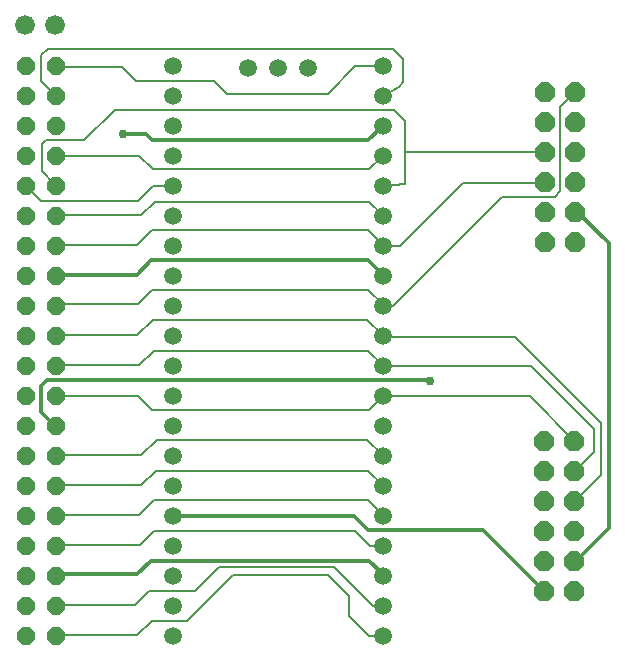
<source format=gbr>
G04 EAGLE Gerber RS-274X export*
G75*
%MOMM*%
%FSLAX34Y34*%
%LPD*%
%INBottom Copper*%
%IPPOS*%
%AMOC8*
5,1,8,0,0,1.08239X$1,22.5*%
G01*
%ADD10C,1.508000*%
%ADD11P,1.649562X8X112.500000*%
%ADD12C,1.676400*%
%ADD13P,1.814519X8X292.500000*%
%ADD14C,0.203200*%
%ADD15C,0.304800*%
%ADD16C,0.756400*%


D10*
X370681Y26988D03*
X370681Y52388D03*
X370681Y179388D03*
X370681Y204788D03*
X370681Y77788D03*
X370681Y103188D03*
X370681Y153988D03*
X370681Y128588D03*
X370681Y230188D03*
X370681Y255588D03*
X370681Y280988D03*
X370681Y306388D03*
X370681Y331788D03*
X370681Y357188D03*
X370681Y382588D03*
X370681Y407988D03*
X370681Y433388D03*
X370681Y458788D03*
X370681Y484188D03*
X370681Y509588D03*
X192881Y509588D03*
X192881Y484188D03*
X192881Y458788D03*
X192881Y433388D03*
X192881Y407988D03*
X192881Y382588D03*
X192881Y357188D03*
X192881Y331788D03*
X192881Y306388D03*
X192881Y280988D03*
X192881Y255588D03*
X192881Y230188D03*
X192881Y204788D03*
X192881Y179388D03*
X192881Y153988D03*
X192881Y128588D03*
X192881Y103188D03*
X192881Y77788D03*
X192881Y52388D03*
X192881Y26988D03*
X307181Y507288D03*
X281781Y507288D03*
X256381Y507288D03*
D11*
X93663Y26988D03*
X68263Y26988D03*
X93663Y52388D03*
X68263Y52388D03*
X93663Y77788D03*
X68263Y77788D03*
X93663Y103188D03*
X68263Y103188D03*
X93663Y128588D03*
X68263Y128588D03*
X93663Y153988D03*
X68263Y153988D03*
X93663Y179388D03*
X68263Y179388D03*
X93663Y204788D03*
X68263Y204788D03*
X93663Y230188D03*
X68263Y230188D03*
X93663Y255588D03*
X68263Y255588D03*
X93663Y280988D03*
X68263Y280988D03*
X93663Y306388D03*
X68263Y306388D03*
X93663Y331788D03*
X68263Y331788D03*
X93663Y357188D03*
X68263Y357188D03*
X93663Y382588D03*
X68263Y382588D03*
X93663Y407988D03*
X68263Y407988D03*
X93663Y433388D03*
X68263Y433388D03*
X93663Y458788D03*
X68263Y458788D03*
X93663Y484188D03*
X68263Y484188D03*
X93663Y509588D03*
X68263Y509588D03*
D12*
X67469Y543719D03*
X92869Y543719D03*
D13*
X507206Y192088D03*
X532606Y192088D03*
X507206Y166688D03*
X532606Y166688D03*
X507206Y141288D03*
X532606Y141288D03*
X507206Y115888D03*
X532606Y115888D03*
X507206Y90488D03*
X532606Y90488D03*
X507206Y65088D03*
X532606Y65088D03*
X508000Y487363D03*
X533400Y487363D03*
X508000Y461963D03*
X533400Y461963D03*
X508000Y436563D03*
X533400Y436563D03*
X508000Y411163D03*
X533400Y411163D03*
X508000Y385763D03*
X533400Y385763D03*
X508000Y360363D03*
X533400Y360363D03*
D14*
X162878Y27432D02*
X93726Y27432D01*
X162878Y27432D02*
X175006Y39561D01*
X204661Y39561D01*
X243618Y78518D01*
X324009Y78518D01*
X93726Y27432D02*
X93663Y26988D01*
X342106Y43656D02*
X342106Y60420D01*
X358775Y26988D02*
X370681Y26988D01*
X358775Y26988D02*
X342106Y43656D01*
X342106Y60420D02*
X324009Y78518D01*
X160496Y52578D02*
X93726Y52578D01*
X160496Y52578D02*
X172625Y64707D01*
X211836Y64707D01*
X231807Y84677D01*
X329502Y84677D01*
X362395Y51784D01*
X93726Y52578D02*
X93663Y52388D01*
X362724Y52388D02*
X370681Y52388D01*
X362724Y52388D02*
X362395Y51784D01*
X165259Y104013D02*
X93726Y104013D01*
X165259Y104013D02*
X177133Y115888D01*
X347345Y115888D01*
X360045Y103188D02*
X370681Y103188D01*
X360045Y103188D02*
X347345Y115888D01*
X93726Y104013D02*
X93663Y103188D01*
X93726Y129159D02*
X164465Y129159D01*
X176689Y141383D01*
X358108Y141383D01*
X370332Y129159D01*
X93726Y129159D02*
X93663Y128588D01*
X370332Y129159D02*
X370681Y128588D01*
X166053Y179451D02*
X93726Y179451D01*
X166053Y179451D02*
X179070Y192469D01*
X357315Y192469D01*
X370332Y179451D01*
X93726Y179451D02*
X93663Y179388D01*
X370332Y179451D02*
X370681Y179388D01*
X163671Y229743D02*
X93726Y229743D01*
X163671Y229743D02*
X175101Y218313D01*
X358902Y218313D01*
X370332Y229743D01*
X93726Y229743D02*
X93663Y230188D01*
X370332Y229743D02*
X370681Y230188D01*
X494919Y229743D02*
X532606Y192088D01*
X494919Y229743D02*
X371475Y229743D01*
X370681Y230188D01*
X164465Y256032D02*
X93726Y256032D01*
X164465Y256032D02*
X176689Y268256D01*
X358108Y268256D01*
X370332Y256032D01*
X93726Y256032D02*
X93663Y255588D01*
X370332Y256032D02*
X370681Y255588D01*
X533178Y166688D02*
X549180Y182690D01*
X533178Y166688D02*
X532606Y166688D01*
X549180Y182690D02*
X549180Y202152D01*
X496443Y254889D01*
X371475Y254889D01*
X370681Y255588D01*
X162878Y281178D02*
X93726Y281178D01*
X162878Y281178D02*
X175895Y294196D01*
X357315Y294196D01*
X370332Y281178D01*
X93726Y281178D02*
X93663Y280988D01*
X370332Y281178D02*
X370681Y280988D01*
X532606Y141288D02*
X533718Y141288D01*
X555339Y162909D01*
X555339Y206820D01*
X482124Y280035D01*
X371475Y280035D01*
X370681Y280988D01*
X163671Y307467D02*
X93726Y307467D01*
X163671Y307467D02*
X175546Y319342D01*
X358458Y319342D01*
X370332Y307467D01*
X93726Y307467D02*
X93663Y306388D01*
X370332Y307467D02*
X370681Y306388D01*
X532638Y486061D02*
X532638Y486918D01*
X532638Y486061D02*
X520859Y474282D01*
X520859Y403384D01*
X516033Y398558D01*
X471297Y398558D01*
X532638Y486918D02*
X533400Y487363D01*
X471297Y398558D02*
X379127Y306388D01*
X370681Y306388D01*
X162878Y357759D02*
X93726Y357759D01*
X162878Y357759D02*
X175101Y369983D01*
X358108Y369983D01*
X370332Y357759D01*
X93726Y357759D02*
X93663Y357188D01*
X370332Y357759D02*
X370681Y357188D01*
X438341Y410337D02*
X507492Y410337D01*
X438341Y410337D02*
X384969Y356965D01*
X507492Y410337D02*
X508000Y411163D01*
X384969Y356965D02*
X384809Y357188D01*
X370681Y357188D01*
X166053Y382905D02*
X93726Y382905D01*
X166053Y382905D02*
X177483Y394335D01*
X358902Y394335D01*
X370332Y382905D01*
X93726Y382905D02*
X93663Y382588D01*
X370332Y382905D02*
X370681Y382588D01*
X92583Y408051D02*
X92583Y409607D01*
X82296Y419894D01*
X82296Y442881D01*
X85535Y446119D01*
X117920Y446119D01*
X143510Y471710D01*
X380460Y471710D01*
X389255Y462915D01*
X389255Y436626D02*
X389255Y409473D01*
X389255Y436626D02*
X389255Y462915D01*
X93663Y407988D02*
X92583Y408051D01*
X370681Y407988D02*
X389255Y409473D01*
X389255Y436626D02*
X507492Y436626D01*
X508000Y436563D01*
X92583Y484632D02*
X92583Y485045D01*
X81502Y496126D01*
X81502Y518319D01*
X86773Y523589D01*
X378873Y523589D01*
X387668Y514795D01*
X387668Y495268D01*
X384103Y491704D01*
X93663Y484188D02*
X92583Y484632D01*
X370681Y484188D02*
X384103Y491704D01*
X161925Y496888D02*
X150178Y508635D01*
X370493Y509074D02*
X370681Y509588D01*
X227806Y496888D02*
X161925Y496888D01*
X227806Y496888D02*
X238919Y485775D01*
X323850Y485775D01*
X347149Y509074D02*
X370493Y509074D01*
X347149Y509074D02*
X323850Y485775D01*
X150178Y508635D02*
X93726Y508635D01*
X93663Y509588D01*
X69342Y406908D02*
X68580Y406908D01*
X69342Y406908D02*
X81217Y395034D01*
X163481Y395034D01*
X176435Y407988D02*
X192881Y407988D01*
X176435Y407988D02*
X163481Y395034D01*
X68580Y406908D02*
X68263Y407988D01*
D15*
X193167Y128016D02*
X346393Y128016D01*
X358172Y116237D01*
X455263Y116237D01*
X506349Y65151D01*
X193167Y128016D02*
X192881Y128588D01*
X506349Y65151D02*
X507206Y65088D01*
D14*
X164465Y433197D02*
X93726Y433197D01*
X164465Y433197D02*
X175895Y421767D01*
X358902Y421767D01*
X370332Y433197D01*
X93726Y433197D02*
X93663Y433388D01*
X370332Y433197D02*
X370681Y433388D01*
X166053Y154305D02*
X93726Y154305D01*
X166053Y154305D02*
X178276Y166529D01*
X358108Y166529D01*
X370332Y154305D01*
X93726Y154305D02*
X93663Y153988D01*
X370332Y154305D02*
X370681Y153988D01*
D15*
X162878Y78867D02*
X93726Y78867D01*
X162878Y78867D02*
X174308Y90297D01*
X358902Y90297D01*
X370332Y78867D01*
X93726Y78867D02*
X93663Y77788D01*
X370332Y78867D02*
X370681Y77788D01*
X561848Y358997D02*
X535083Y385763D01*
X533400Y385763D01*
X561848Y358997D02*
X561848Y118269D01*
X534067Y90488D02*
X532606Y90488D01*
X534067Y90488D02*
X561848Y118269D01*
X93663Y204788D02*
X92805Y204788D01*
X81153Y216440D01*
X81153Y238284D01*
X85979Y243110D01*
X410178Y242316D02*
X410178Y243110D01*
X85979Y243110D01*
D16*
X410178Y242316D03*
D15*
X162084Y332613D02*
X93726Y332613D01*
X162084Y332613D02*
X174308Y344837D01*
X358108Y344837D01*
X370332Y332613D01*
X93726Y332613D02*
X93663Y331788D01*
X370332Y332613D02*
X370681Y331788D01*
X170180Y451485D02*
X150590Y451485D01*
X170180Y451485D02*
X175546Y446119D01*
X358108Y446119D01*
X370332Y458343D01*
X370681Y458788D01*
D16*
X150590Y451485D03*
M02*

</source>
